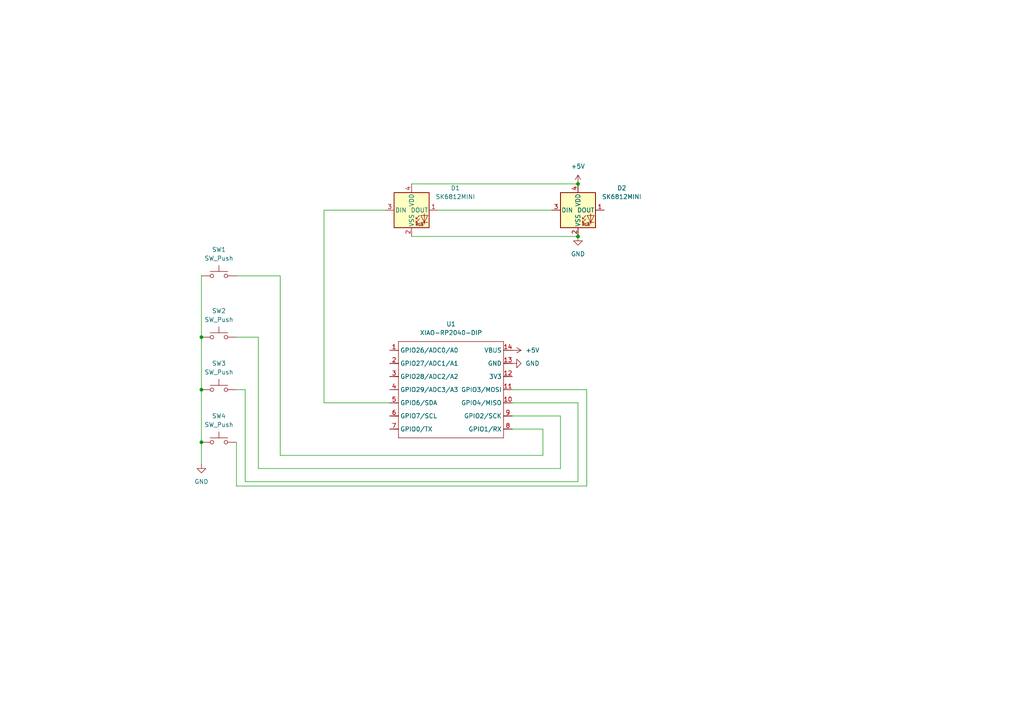
<source format=kicad_sch>
(kicad_sch (version 20250114) (generator "eeschema") (generator_version "9.0")
  (paper "A4")
  (lib_symbols
    (symbol "LED:SK6812MINI" (pin_names (offset 0.254))
      (property "Reference" "D" (at 5.08 5.715 0))
      (property "Value" "SK6812MINI" (at 1.27 -5.715 0))
      (symbol "SK6812MINI_0_0"
        (text "RGB" (at 2.286 -4.191 0) (effects (font (size 0.762 0.762))))
      )
      (symbol "SK6812MINI_0_1"
        (polyline (pts (xy 1.27 -2.54) (xy 1.778 -2.54)))
        (polyline (pts (xy 1.27 -3.556) (xy 1.778 -3.556)))
        (polyline (pts (xy 2.286 -1.524) (xy 1.27 -2.54) (xy 1.27 -2.032)))
        (polyline (pts (xy 2.286 -2.54) (xy 1.27 -3.556) (xy 1.27 -3.048)))
        (polyline (pts (xy 3.683 -1.016) (xy 3.683 -3.556) (xy 3.683 -4.064)))
        (polyline (pts (xy 4.699 -1.524) (xy 2.667 -1.524) (xy 3.683 -3.556) (xy 4.699 -1.524)))
        (polyline (pts (xy 4.699 -3.556) (xy 2.667 -3.556)))
        (rectangle (start 5.08 5.08) (end -5.08 -5.08) (stroke (width 0.254)) (fill (type background)))
      )
      (symbol "SK6812MINI_1_1"
        (pin input line (at -7.62 0 0) (length 2.54) (name "DIN") (number "3"))
        (pin power_in line (at 0 7.62 270) (length 2.54) (name "VDD") (number "4"))
        (pin power_in line (at 0 -7.62 90) (length 2.54) (name "VSS") (number "2"))
        (pin output line (at 7.62 0 180) (length 2.54) (name "DOUT") (number "1"))
      )
    )
    (symbol "Switch:SW_Push" (pin_numbers (hide yes)) (pin_names (offset 1.016) (hide yes))
      (property "Reference" "SW" (at 1.27 2.54 0))
      (property "Value" "SW_Push" (at 0 -1.524 0))
      (symbol "SW_Push_0_1"
        (circle (center -2.032 0) (radius 0.508))
        (polyline (pts (xy 0 1.27) (xy 0 3.048)))
        (circle (center 2.032 0) (radius 0.508))
        (polyline (pts (xy 2.54 1.27) (xy -2.54 1.27)))
        (pin passive line (at -5.08 0 0) (length 2.54) (name "1") (number "1"))
        (pin passive line (at 5.08 0 180) (length 2.54) (name "2") (number "2"))
      )
    )
    (symbol "opl:XIAO-RP2040-DIP"
      (property "Reference" "U" (at 0 0 0))
      (property "Value" "XIAO-RP2040-DIP" (at 5.334 -1.778 0))
      (symbol "XIAO-RP2040-DIP_1_0"
        (polyline (pts (xy -1.27 -2.54) (xy 29.21 -2.54)) (stroke (width 0.1524)))
        (polyline (pts (xy -1.27 -5.08) (xy -2.54 -5.08)) (stroke (width 0.1524)))
        (polyline (pts (xy -1.27 -5.08) (xy -1.27 -2.54)) (stroke (width 0.1524)))
        (polyline (pts (xy -1.27 -8.89) (xy -2.54 -8.89)) (stroke (width 0.1524)))
        (polyline (pts (xy -1.27 -8.89) (xy -1.27 -5.08)) (stroke (width 0.1524)))
        (polyline (pts (xy -1.27 -12.7) (xy -2.54 -12.7)) (stroke (width 0.1524)))
        (polyline (pts (xy -1.27 -12.7) (xy -1.27 -8.89)) (stroke (width 0.1524)))
        (polyline (pts (xy -1.27 -16.51) (xy -2.54 -16.51)) (stroke (width 0.1524)))
        (polyline (pts (xy -1.27 -16.51) (xy -1.27 -12.7)) (stroke (width 0.1524)))
        (polyline (pts (xy -1.27 -20.32) (xy -2.54 -20.32)) (stroke (width 0.1524)))
        (polyline (pts (xy -1.27 -24.13) (xy -2.54 -24.13)) (stroke (width 0.1524)))
        (polyline (pts (xy -1.27 -27.94) (xy -2.54 -27.94)) (stroke (width 0.1524)))
        (polyline (pts (xy -1.27 -30.48) (xy -1.27 -16.51)) (stroke (width 0.1524)))
        (polyline (pts (xy 29.21 -2.54) (xy 29.21 -5.08)) (stroke (width 0.1524)))
        (polyline (pts (xy 29.21 -5.08) (xy 29.21 -8.89)) (stroke (width 0.1524)))
        (polyline (pts (xy 29.21 -8.89) (xy 29.21 -12.7)) (stroke (width 0.1524)))
        (polyline (pts (xy 29.21 -12.7) (xy 29.21 -30.48)) (stroke (width 0.1524)))
        (polyline (pts (xy 29.21 -30.48) (xy -1.27 -30.48)) (stroke (width 0.1524)))
        (polyline (pts (xy 30.48 -5.08) (xy 29.21 -5.08)) (stroke (width 0.1524)))
        (polyline (pts (xy 30.48 -8.89) (xy 29.21 -8.89)) (stroke (width 0.1524)))
        (polyline (pts (xy 30.48 -12.7) (xy 29.21 -12.7)) (stroke (width 0.1524)))
        (polyline (pts (xy 30.48 -16.51) (xy 29.21 -16.51)) (stroke (width 0.1524)))
        (polyline (pts (xy 30.48 -20.32) (xy 29.21 -20.32)) (stroke (width 0.1524)))
        (polyline (pts (xy 30.48 -24.13) (xy 29.21 -24.13)) (stroke (width 0.1524)))
        (polyline (pts (xy 30.48 -27.94) (xy 29.21 -27.94)) (stroke (width 0.1524)))
        (pin passive line (at -3.81 -5.08 0) (length 2.54) (name "GPIO26/ADC0/A0") (number "1"))
        (pin passive line (at -3.81 -8.89 0) (length 2.54) (name "GPIO27/ADC1/A1") (number "2"))
        (pin passive line (at -3.81 -12.7 0) (length 2.54) (name "GPIO28/ADC2/A2") (number "3"))
        (pin passive line (at -3.81 -16.51 0) (length 2.54) (name "GPIO29/ADC3/A3") (number "4"))
        (pin passive line (at -3.81 -20.32 0) (length 2.54) (name "GPIO6/SDA") (number "5"))
        (pin passive line (at -3.81 -24.13 0) (length 2.54) (name "GPIO7/SCL") (number "6"))
        (pin passive line (at -3.81 -27.94 0) (length 2.54) (name "GPIO0/TX") (number "7"))
        (pin passive line (at 31.75 -5.08 180) (length 2.54) (name "VBUS") (number "14"))
        (pin passive line (at 31.75 -8.89 180) (length 2.54) (name "GND") (number "13"))
        (pin passive line (at 31.75 -12.7 180) (length 2.54) (name "3V3") (number "12"))
        (pin passive line (at 31.75 -16.51 180) (length 2.54) (name "GPIO3/MOSI") (number "11"))
        (pin passive line (at 31.75 -20.32 180) (length 2.54) (name "GPIO4/MISO") (number "10"))
        (pin passive line (at 31.75 -24.13 180) (length 2.54) (name "GPIO2/SCK") (number "9"))
        (pin passive line (at 31.75 -27.94 180) (length 2.54) (name "GPIO1/RX") (number "8"))
      )
    )
    (symbol "power:+5V" (power) (pin_numbers (hide yes)) (pin_names (offset 0) (hide yes))
      (property "Value" "+5V" (at 0 3.556 0))
      (symbol "+5V_0_1"
        (polyline (pts (xy -0.762 1.27) (xy 0 2.54)))
        (polyline (pts (xy 0 2.54) (xy 0.762 1.27)))
        (polyline (pts (xy 0 0) (xy 0 2.54)))
      )
      (symbol "+5V_1_1"
        (pin power_in line (at 0 0 90) (length 0) (name "~") (number "1"))
      )
    )
    (symbol "power:GND" (power) (pin_numbers (hide yes)) (pin_names (offset 0) (hide yes))
      (property "Value" "GND" (at 0 -3.81 0))
      (symbol "GND_0_1"
        (polyline (pts (xy 0 0) (xy 0 -1.27) (xy 1.27 -1.27) (xy 0 -2.54) (xy -1.27 -1.27) (xy 0 -1.27)))
      )
      (symbol "GND_1_1"
        (pin power_in line (at 0 0 270) (length 0) (name "~") (number "1"))
      )
    )
  )
  (junction (at 167.64 53.34))
  (junction (at 167.64 68.58))
  (junction (at 58.42 113.03))
  (junction (at 58.42 128.27))
  (junction (at 58.42 97.79))
  (wire (pts (xy 148.59 113.03) (xy 170.18 113.03)))
  (wire (pts (xy 148.59 116.84) (xy 167.64 116.84)))
  (wire (pts (xy 93.98 116.84) (xy 113.03 116.84)))
  (wire (pts (xy 74.93 135.89) (xy 74.93 97.79)))
  (wire (pts (xy 58.42 113.03) (xy 58.42 128.27)))
  (wire (pts (xy 58.42 80.01) (xy 58.42 97.79)))
  (wire (pts (xy 68.58 140.97) (xy 68.58 128.27)))
  (wire (pts (xy 162.56 135.89) (xy 74.93 135.89)))
  (wire (pts (xy 148.59 120.65) (xy 162.56 120.65)))
  (wire (pts (xy 58.42 97.79) (xy 58.42 113.03)))
  (wire (pts (xy 162.56 120.65) (xy 162.56 135.89)))
  (wire (pts (xy 71.12 113.03) (xy 68.58 113.03)))
  (wire (pts (xy 167.64 139.7) (xy 71.12 139.7)))
  (wire (pts (xy 157.48 124.46) (xy 157.48 132.08)))
  (wire (pts (xy 93.98 116.84) (xy 93.98 60.96)))
  (wire (pts (xy 170.18 113.03) (xy 170.18 140.97)))
  (wire (pts (xy 71.12 139.7) (xy 71.12 113.03)))
  (wire (pts (xy 170.18 140.97) (xy 68.58 140.97)))
  (wire (pts (xy 167.64 116.84) (xy 167.64 139.7)))
  (wire (pts (xy 58.42 128.27) (xy 58.42 134.62)))
  (wire (pts (xy 74.93 97.79) (xy 68.58 97.79)))
  (wire (pts (xy 148.59 124.46) (xy 157.48 124.46)))
  (wire (pts (xy 119.38 68.58) (xy 167.64 68.58)))
  (wire (pts (xy 119.38 53.34) (xy 167.64 53.34)))
  (wire (pts (xy 93.98 60.96) (xy 111.76 60.96)))
  (wire (pts (xy 81.28 132.08) (xy 81.28 80.01)))
  (wire (pts (xy 81.28 80.01) (xy 68.58 80.01)))
  (wire (pts (xy 127 60.96) (xy 160.02 60.96)))
  (wire (pts (xy 157.48 132.08) (xy 81.28 132.08)))
  (symbol (lib_id "LED:SK6812MINI") (at 119.38 60.96 0) (unit 1)
    (property "Reference" "D1" (at 132.08 54.5398 0))
    (property "Value" "SK6812MINI" (at 132.08 57.0798 0))
    (property "Footprint" "LED_SMD:LED_SK6812MINI_PLCC4_3.5x3.5mm_P1.75mm" (effects (hide yes)))
    (property "Datasheet" "https://cdn-shop.adafruit.com/product-files/2686/SK6812MINI_REV.01-1-2.pdf" (effects (hide yes)))
    (property "Description" "RGB LED with integrated controller" (effects (hide yes)))
  )
  (symbol (lib_id "LED:SK6812MINI") (at 167.64 60.96 0) (unit 1)
    (property "Reference" "D2" (at 180.34 54.5398 0))
    (property "Value" "SK6812MINI" (at 180.34 57.0798 0))
    (property "Footprint" "LED_SMD:LED_SK6812MINI_PLCC4_3.5x3.5mm_P1.75mm" (effects (hide yes)))
    (property "Datasheet" "https://cdn-shop.adafruit.com/product-files/2686/SK6812MINI_REV.01-1-2.pdf" (effects (hide yes)))
    (property "Description" "RGB LED with integrated controller" (effects (hide yes)))
  )
  (symbol (lib_id "power:+5V") (at 167.64 53.34 0) (unit 1)
    (property "Reference" "#PWR03" (effects (hide yes)))
    (property "Value" "+5V" (at 167.64 48.26 0))
    (property "Description" "Power symbol creates a global label with name \"+5V\"" (effects (hide yes)))
  )
  (symbol (lib_id "Switch:SW_Push") (at 63.5 97.79 0) (unit 1)
    (property "Reference" "SW2" (at 63.5 90.17 0))
    (property "Value" "SW_Push" (at 63.5 92.71 0))
    (property "Footprint" "Button_Switch_Keyboard:SW_Cherry_MX_1.00u_PCB" (effects (hide yes)))
    (property "Description" "Push button switch, generic, two pins" (effects (hide yes)))
  )
  (symbol (lib_id "power:GND") (at 58.42 134.62 0) (unit 1)
    (property "Reference" "#PWR01" (effects (hide yes)))
    (property "Value" "GND" (at 58.42 139.7 0))
    (property "Description" "Power symbol creates a global label with name \"GND\" , ground" (effects (hide yes)))
  )
  (symbol (lib_id "opl:XIAO-RP2040-DIP") (at 116.84 96.52 0) (unit 1)
    (property "Reference" "U1" (at 130.81 93.98 0))
    (property "Value" "XIAO-RP2040-DIP" (at 130.81 96.52 0))
    (property "Footprint" "OPL:XIAO-RP2040-DIP" (effects (hide yes)))
  )
  (symbol (lib_id "power:GND") (at 148.59 105.41 90) (unit 1)
    (property "Reference" "#PWR05" (effects (hide yes)))
    (property "Value" "GND" (at 152.4 105.4099 90) (effects (justify right)))
    (property "Description" "Power symbol creates a global label with name \"GND\" , ground" (effects (hide yes)))
  )
  (symbol (lib_id "power:+5V") (at 148.59 101.6 270) (unit 1)
    (property "Reference" "#PWR04" (effects (hide yes)))
    (property "Value" "+5V" (at 152.4 101.5999 90) (effects (justify left)))
    (property "Description" "Power symbol creates a global label with name \"+5V\"" (effects (hide yes)))
  )
  (symbol (lib_id "Switch:SW_Push") (at 63.5 80.01 0) (unit 1)
    (property "Reference" "SW1" (at 63.5 72.39 0))
    (property "Value" "SW_Push" (at 63.5 74.93 0))
    (property "Footprint" "Button_Switch_Keyboard:SW_Cherry_MX_1.00u_PCB" (effects (hide yes)))
    (property "Description" "Push button switch, generic, two pins" (effects (hide yes)))
  )
  (symbol (lib_id "power:GND") (at 167.64 68.58 0) (unit 1)
    (property "Reference" "#PWR02" (effects (hide yes)))
    (property "Value" "GND" (at 167.64 73.66 0))
    (property "Description" "Power symbol creates a global label with name \"GND\" , ground" (effects (hide yes)))
  )
  (symbol (lib_id "Switch:SW_Push") (at 63.5 128.27 0) (unit 1)
    (property "Reference" "SW4" (at 63.5 120.65 0))
    (property "Value" "SW_Push" (at 63.5 123.19 0))
    (property "Footprint" "Button_Switch_Keyboard:SW_Cherry_MX_1.00u_PCB" (effects (hide yes)))
    (property "Description" "Push button switch, generic, two pins" (effects (hide yes)))
  )
  (symbol (lib_id "Switch:SW_Push") (at 63.5 113.03 0) (unit 1)
    (property "Reference" "SW3" (at 63.5 105.41 0))
    (property "Value" "SW_Push" (at 63.5 107.95 0))
    (property "Footprint" "Button_Switch_Keyboard:SW_Cherry_MX_1.00u_PCB" (effects (hide yes)))
    (property "Description" "Push button switch, generic, two pins" (effects (hide yes)))
  )
)
</source>
